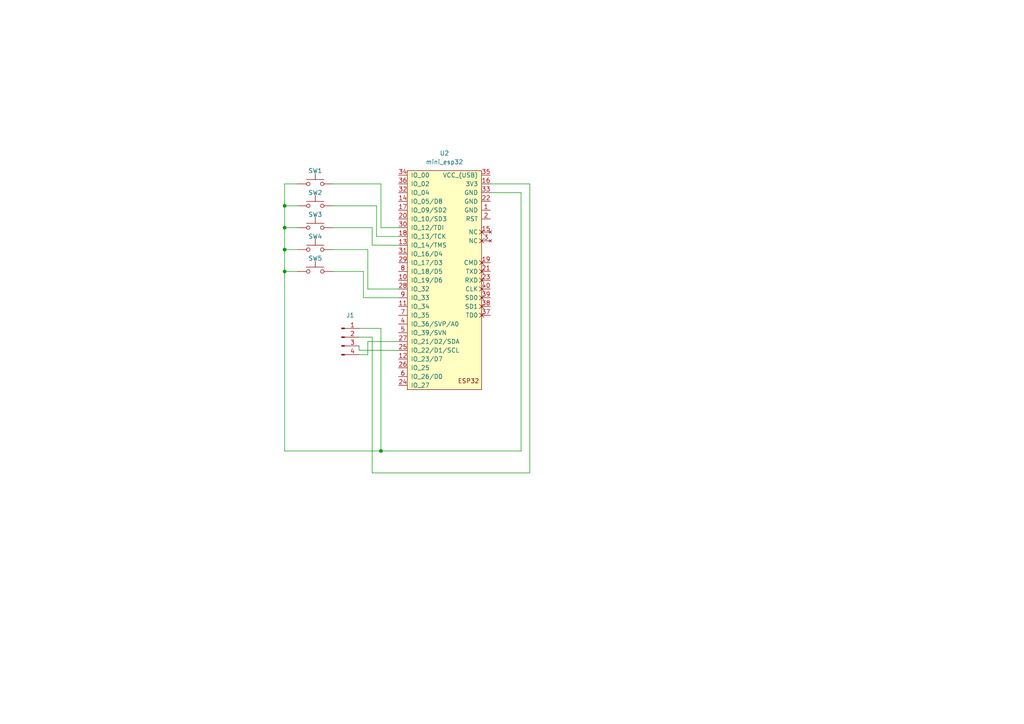
<source format=kicad_sch>
(kicad_sch (version 20230121) (generator eeschema)
  (paper "A4")
  (lib_symbols
    (symbol "Connector:Conn_01x04_Pin" (pin_names (offset 1.016) hide)
      (property "Reference" "J" (at 0 5.08 0))
      (property "Value" "Conn_01x04_Pin" (at 0 -7.62 0))
      (symbol "Conn_01x04_Pin_1_1"
        (polyline (pts (xy 1.27 -5.08) (xy 0.8636 -5.08)) (stroke (width 0.1524)))
        (polyline (pts (xy 1.27 -2.54) (xy 0.8636 -2.54)) (stroke (width 0.1524)))
        (polyline (pts (xy 1.27 0) (xy 0.8636 0)) (stroke (width 0.1524)))
        (polyline (pts (xy 1.27 2.54) (xy 0.8636 2.54)) (stroke (width 0.1524)))
        (rectangle (start 0.8636 -4.953) (end 0 -5.207) (stroke (width 0.1524)) (fill (type outline)))
        (rectangle (start 0.8636 -2.413) (end 0 -2.667) (stroke (width 0.1524)) (fill (type outline)))
        (rectangle (start 0.8636 0.127) (end 0 -0.127) (stroke (width 0.1524)) (fill (type outline)))
        (rectangle (start 0.8636 2.667) (end 0 2.413) (stroke (width 0.1524)) (fill (type outline)))
        (pin passive line (at 5.08 2.54 180) (length 3.81) (name "Pin_1") (number "1"))
        (pin passive line (at 5.08 0 180) (length 3.81) (name "Pin_2") (number "2"))
        (pin passive line (at 5.08 -2.54 180) (length 3.81) (name "Pin_3") (number "3"))
        (pin passive line (at 5.08 -5.08 180) (length 3.81) (name "Pin_4") (number "4"))
      )
    )
    (symbol "ESP32_mini:mini_esp32" (pin_names (offset 1.016))
      (property "Reference" "U" (at -7.62 -50.8 0))
      (property "Value" "mini_esp32" (at 5.08 -59.69 0))
      (symbol "mini_esp32_0_0"
        (text "ESP32" (at 7.62 -62.23 0) (effects (font (size 1.27 1.27))))
        (pin power_in line (at 13.97 -12.7 180) (length 2.54) (name "GND") (number "1"))
        (pin input line (at 13.97 -15.24 180) (length 2.54) (name "RST") (number "2"))
        (pin no_connect non_logic (at 13.97 -21.59 180) (length 2.54) (name "NC") (number "3"))
        (pin bidirectional line (at -12.7 -45.72 0) (length 2.54) (name "IO_36/SVP/A0") (number "4"))
        (pin bidirectional line (at -12.7 -48.26 0) (length 2.54) (name "IO_39/SVN") (number "5"))
      )
      (symbol "mini_esp32_0_1"
        (rectangle (start -10.16 -1.27) (end 11.43 -64.77) (fill (type background)))
      )
      (symbol "mini_esp32_1_1"
        (pin bidirectional line (at -12.7 -33.02 0) (length 2.54) (name "IO_19/D6") (number "10"))
        (pin bidirectional line (at -12.7 -40.64 0) (length 2.54) (name "IO_34") (number "11"))
        (pin bidirectional line (at -12.7 -55.88 0) (length 2.54) (name "IO_23/D7") (number "12"))
        (pin bidirectional line (at -12.7 -22.86 0) (length 2.54) (name "IO_14/TMS") (number "13"))
        (pin bidirectional line (at -12.7 -10.16 0) (length 2.54) (name "IO_05/D8") (number "14"))
        (pin no_connect non_logic (at 13.97 -19.05 180) (length 2.54) (name "NC") (number "15"))
        (pin power_in line (at 13.97 -5.08 180) (length 2.54) (name "3V3") (number "16"))
        (pin bidirectional line (at -12.7 -12.7 0) (length 2.54) (name "IO_09/SD2") (number "17"))
        (pin bidirectional line (at -12.7 -20.32 0) (length 2.54) (name "IO_13/TCK") (number "18"))
        (pin passive non_logic (at 13.97 -27.94 180) (length 2.54) (name "CMD") (number "19"))
        (pin bidirectional line (at -12.7 -15.24 0) (length 2.54) (name "IO_10/SD3") (number "20"))
        (pin passive non_logic (at 13.97 -30.48 180) (length 2.54) (name "TXD") (number "21"))
        (pin power_in line (at 13.97 -10.16 180) (length 2.54) (name "GND") (number "22"))
        (pin passive non_logic (at 13.97 -33.02 180) (length 2.54) (name "RXD") (number "23"))
        (pin bidirectional line (at -12.7 -63.5 0) (length 2.54) (name "IO_27") (number "24"))
        (pin bidirectional line (at -12.7 -53.34 0) (length 2.54) (name "IO_22/D1/SCL") (number "25"))
        (pin bidirectional line (at -12.7 -58.42 0) (length 2.54) (name "IO_25") (number "26"))
        (pin bidirectional line (at -12.7 -50.8 0) (length 2.54) (name "IO_21/D2/SDA") (number "27"))
        (pin bidirectional line (at -12.7 -35.56 0) (length 2.54) (name "IO_32") (number "28"))
        (pin bidirectional line (at -12.7 -27.94 0) (length 2.54) (name "IO_17/D3") (number "29"))
        (pin bidirectional line (at -12.7 -17.78 0) (length 2.54) (name "IO_12/TDI") (number "30"))
        (pin bidirectional line (at -12.7 -25.4 0) (length 2.54) (name "IO_16/D4") (number "31"))
        (pin bidirectional line (at -12.7 -7.62 0) (length 2.54) (name "IO_04") (number "32"))
        (pin power_in line (at 13.97 -7.62 180) (length 2.54) (name "GND") (number "33"))
        (pin bidirectional line (at -12.7 -2.54 0) (length 2.54) (name "IO_00") (number "34"))
        (pin power_in line (at 13.97 -2.54 180) (length 2.54) (name "VCC_(USB)") (number "35"))
        (pin bidirectional line (at -12.7 -5.08 0) (length 2.54) (name "IO_02") (number "36"))
        (pin passive non_logic (at 13.97 -43.18 180) (length 2.54) (name "TD0") (number "37"))
        (pin passive non_logic (at 13.97 -40.64 180) (length 2.54) (name "SD1") (number "38"))
        (pin passive non_logic (at 13.97 -38.1 180) (length 2.54) (name "SD0") (number "39"))
        (pin passive non_logic (at 13.97 -35.56 180) (length 2.54) (name "CLK") (number "40"))
        (pin bidirectional line (at -12.7 -60.96 0) (length 2.54) (name "IO_26/D0") (number "6"))
        (pin bidirectional line (at -12.7 -43.18 0) (length 2.54) (name "IO_35") (number "7"))
        (pin bidirectional line (at -12.7 -30.48 0) (length 2.54) (name "IO_18/D5") (number "8"))
        (pin bidirectional line (at -12.7 -38.1 0) (length 2.54) (name "IO_33") (number "9"))
      )
    )
    (symbol "Switch:SW_Push" (pin_numbers hide) (pin_names (offset 1.016) hide)
      (property "Reference" "SW" (at 1.27 2.54 0))
      (property "Value" "SW_Push" (at 0 -1.524 0))
      (symbol "SW_Push_0_1"
        (circle (center -2.032 0) (radius 0.508))
        (polyline (pts (xy 0 1.27) (xy 0 3.048)))
        (polyline (pts (xy 2.54 1.27) (xy -2.54 1.27)))
        (circle (center 2.032 0) (radius 0.508))
        (pin passive line (at -5.08 0 0) (length 2.54) (name "1") (number "1"))
        (pin passive line (at 5.08 0 180) (length 2.54) (name "2") (number "2"))
      )
    )
  )
  (junction (at 82.55 66.04))
  (junction (at 82.55 59.69))
  (junction (at 82.55 78.74))
  (junction (at 110.49 130.81))
  (junction (at 82.55 72.39))
  (wire (pts (xy 82.55 59.69) (xy 86.36 59.69)))
  (wire (pts (xy 82.55 130.81) (xy 110.49 130.81)))
  (wire (pts (xy 107.95 71.12) (xy 115.57 71.12)))
  (wire (pts (xy 104.14 101.6) (xy 115.57 101.6)))
  (wire (pts (xy 86.36 53.34) (xy 82.55 53.34)))
  (wire (pts (xy 96.52 53.34) (xy 110.49 53.34)))
  (wire (pts (xy 110.49 66.04) (xy 115.57 66.04)))
  (wire (pts (xy 96.52 78.74) (xy 105.41 78.74)))
  (wire (pts (xy 106.68 72.39) (xy 106.68 83.82)))
  (wire (pts (xy 96.52 66.04) (xy 107.95 66.04)))
  (wire (pts (xy 82.55 53.34) (xy 82.55 59.69)))
  (wire (pts (xy 106.68 99.06) (xy 115.57 99.06)))
  (wire (pts (xy 82.55 59.69) (xy 82.55 66.04)))
  (wire (pts (xy 106.68 102.87) (xy 106.68 99.06)))
  (wire (pts (xy 82.55 72.39) (xy 86.36 72.39)))
  (wire (pts (xy 151.13 55.88) (xy 151.13 130.81)))
  (wire (pts (xy 104.14 102.87) (xy 106.68 102.87)))
  (wire (pts (xy 110.49 130.81) (xy 151.13 130.81)))
  (wire (pts (xy 104.14 97.79) (xy 107.95 97.79)))
  (wire (pts (xy 82.55 66.04) (xy 82.55 72.39)))
  (wire (pts (xy 107.95 97.79) (xy 107.95 137.16)))
  (wire (pts (xy 82.55 78.74) (xy 86.36 78.74)))
  (wire (pts (xy 96.52 72.39) (xy 106.68 72.39)))
  (wire (pts (xy 109.22 59.69) (xy 109.22 68.58)))
  (wire (pts (xy 104.14 95.25) (xy 110.49 95.25)))
  (wire (pts (xy 105.41 78.74) (xy 105.41 86.36)))
  (wire (pts (xy 109.22 68.58) (xy 115.57 68.58)))
  (wire (pts (xy 110.49 53.34) (xy 110.49 66.04)))
  (wire (pts (xy 82.55 78.74) (xy 82.55 130.81)))
  (wire (pts (xy 142.24 55.88) (xy 151.13 55.88)))
  (wire (pts (xy 106.68 83.82) (xy 115.57 83.82)))
  (wire (pts (xy 107.95 137.16) (xy 153.67 137.16)))
  (wire (pts (xy 105.41 86.36) (xy 115.57 86.36)))
  (wire (pts (xy 153.67 53.34) (xy 153.67 137.16)))
  (wire (pts (xy 82.55 66.04) (xy 86.36 66.04)))
  (wire (pts (xy 142.24 53.34) (xy 153.67 53.34)))
  (wire (pts (xy 104.14 100.33) (xy 104.14 101.6)))
  (wire (pts (xy 110.49 95.25) (xy 110.49 130.81)))
  (wire (pts (xy 107.95 66.04) (xy 107.95 71.12)))
  (wire (pts (xy 96.52 59.69) (xy 109.22 59.69)))
  (wire (pts (xy 82.55 72.39) (xy 82.55 78.74)))
  (symbol (lib_id "Switch:SW_Push") (at 91.44 59.69 0) (unit 1)
    (property "Reference" "SW2" (at 91.44 55.88 0))
    (property "Value" "SW_Push" (effects hide))
    (property "Footprint" "Button_Switch_SMD:SW_Push_1P1T_NO_6x6mm_H9.5mm" (effects hide))
  )
  (symbol (lib_id "ESP32_mini:mini_esp32") (at 128.27 48.26 0) (unit 1)
    (property "Reference" "U2" (at 128.905 44.45 0))
    (property "Value" "mini_esp32" (at 128.905 46.99 0))
    (property "Footprint" "ESP32_mini:ESP32_mini" (effects hide))
  )
  (symbol (lib_id "Connector:Conn_01x04_Pin") (at 99.06 97.79 0) (unit 1)
    (property "Reference" "J1" (at 101.6 91.44 0))
    (property "Value" "Conn_01x04_Pin" (effects hide))
    (property "Footprint" "Connector_PinSocket_2.54mm:PinSocket_1x04_P2.54mm_Vertical" (effects hide))
  )
  (symbol (lib_id "Switch:SW_Push") (at 91.44 78.74 0) (unit 1)
    (property "Reference" "SW5" (at 91.44 74.93 0))
    (property "Value" "SW_Push" (effects hide))
    (property "Footprint" "Button_Switch_SMD:SW_Push_1P1T_NO_6x6mm_H9.5mm" (effects hide))
  )
  (symbol (lib_id "Switch:SW_Push") (at 91.44 72.39 0) (unit 1)
    (property "Reference" "SW4" (at 91.44 68.58 0))
    (property "Value" "SW_Push" (effects hide))
    (property "Footprint" "Button_Switch_SMD:SW_Push_1P1T_NO_6x6mm_H9.5mm" (effects hide))
  )
  (symbol (lib_id "Switch:SW_Push") (at 91.44 53.34 0) (unit 1)
    (property "Reference" "SW1" (at 91.44 49.53 0))
    (property "Value" "SW_Push" (effects hide))
    (property "Footprint" "Button_Switch_SMD:SW_Push_1P1T_NO_6x6mm_H9.5mm" (effects hide))
  )
  (symbol (lib_id "Switch:SW_Push") (at 91.44 66.04 0) (unit 1)
    (property "Reference" "SW3" (at 91.44 62.23 0))
    (property "Value" "SW_Push" (effects hide))
    (property "Footprint" "Button_Switch_SMD:SW_Push_1P1T_NO_6x6mm_H9.5mm" (effects hide))
  )
)
</source>
